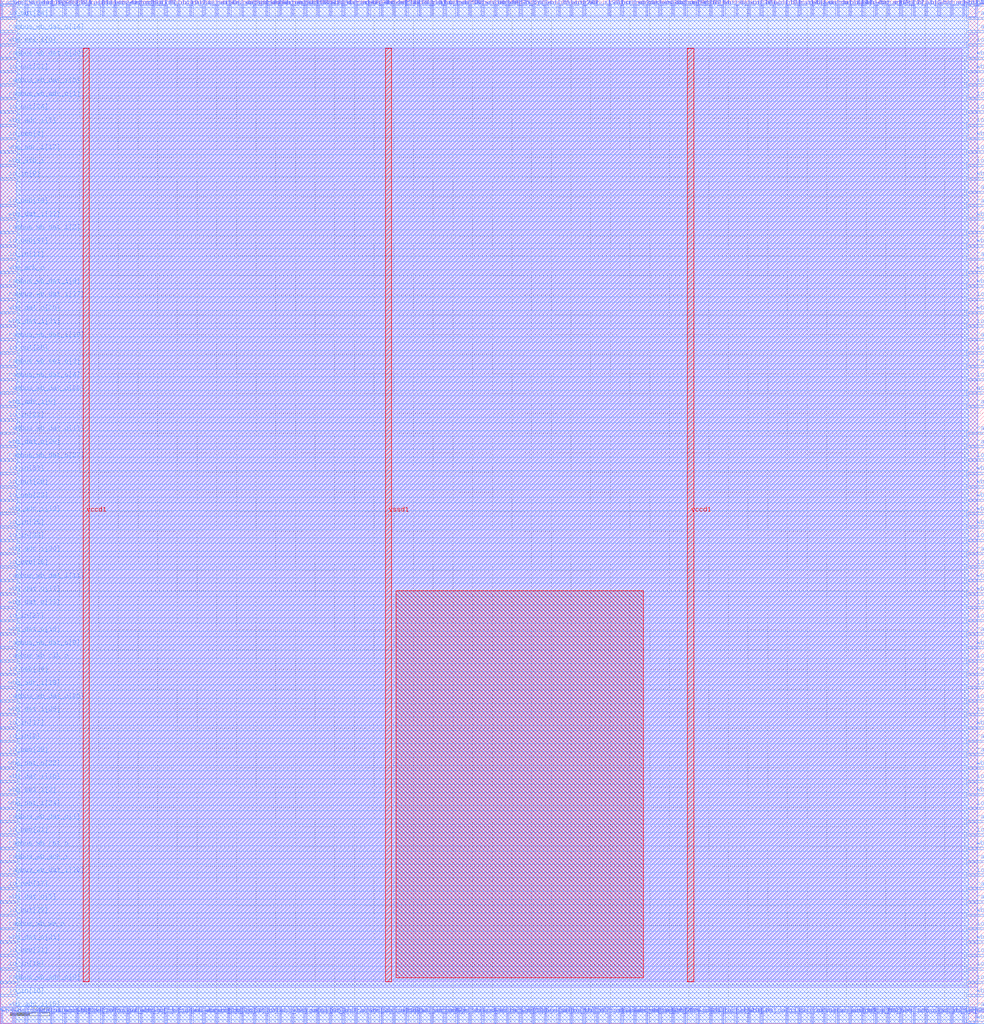
<source format=lef>
VERSION 5.7 ;
  NOWIREEXTENSIONATPIN ON ;
  DIVIDERCHAR "/" ;
  BUSBITCHARS "[]" ;
MACRO wrapped_function_generator
  CLASS BLOCK ;
  FOREIGN wrapped_function_generator ;
  ORIGIN 0.000 0.000 ;
  SIZE 250.000 BY 260.000 ;
  PIN active
    DIRECTION INPUT ;
    USE SIGNAL ;
    PORT
      LAYER met3 ;
        RECT 246.000 159.840 250.000 160.440 ;
    END
  END active
  PIN io_in[0]
    DIRECTION INPUT ;
    USE SIGNAL ;
    PORT
      LAYER met2 ;
        RECT 80.590 0.000 80.870 4.000 ;
    END
  END io_in[0]
  PIN io_in[10]
    DIRECTION INPUT ;
    USE SIGNAL ;
    PORT
      LAYER met3 ;
        RECT 0.000 6.840 4.000 7.440 ;
    END
  END io_in[10]
  PIN io_in[11]
    DIRECTION INPUT ;
    USE SIGNAL ;
    PORT
      LAYER met3 ;
        RECT 0.000 193.840 4.000 194.440 ;
    END
  END io_in[11]
  PIN io_in[12]
    DIRECTION INPUT ;
    USE SIGNAL ;
    PORT
      LAYER met2 ;
        RECT 125.670 256.000 125.950 260.000 ;
    END
  END io_in[12]
  PIN io_in[13]
    DIRECTION INPUT ;
    USE SIGNAL ;
    PORT
      LAYER met3 ;
        RECT 246.000 78.240 250.000 78.840 ;
    END
  END io_in[13]
  PIN io_in[14]
    DIRECTION INPUT ;
    USE SIGNAL ;
    PORT
      LAYER met2 ;
        RECT 106.350 256.000 106.630 260.000 ;
    END
  END io_in[14]
  PIN io_in[15]
    DIRECTION INPUT ;
    USE SIGNAL ;
    PORT
      LAYER met3 ;
        RECT 246.000 10.240 250.000 10.840 ;
    END
  END io_in[15]
  PIN io_in[16]
    DIRECTION INPUT ;
    USE SIGNAL ;
    PORT
      LAYER met2 ;
        RECT 219.050 0.000 219.330 4.000 ;
    END
  END io_in[16]
  PIN io_in[17]
    DIRECTION INPUT ;
    USE SIGNAL ;
    PORT
      LAYER met3 ;
        RECT 0.000 74.840 4.000 75.440 ;
    END
  END io_in[17]
  PIN io_in[18]
    DIRECTION INPUT ;
    USE SIGNAL ;
    PORT
      LAYER met2 ;
        RECT 141.770 0.000 142.050 4.000 ;
    END
  END io_in[18]
  PIN io_in[19]
    DIRECTION INPUT ;
    USE SIGNAL ;
    PORT
      LAYER met3 ;
        RECT 0.000 13.640 4.000 14.240 ;
    END
  END io_in[19]
  PIN io_in[1]
    DIRECTION INPUT ;
    USE SIGNAL ;
    PORT
      LAYER met2 ;
        RECT 238.370 0.000 238.650 4.000 ;
    END
  END io_in[1]
  PIN io_in[20]
    DIRECTION INPUT ;
    USE SIGNAL ;
    PORT
      LAYER met3 ;
        RECT 246.000 91.840 250.000 92.440 ;
    END
  END io_in[20]
  PIN io_in[21]
    DIRECTION INPUT ;
    USE SIGNAL ;
    PORT
      LAYER met3 ;
        RECT 0.000 153.040 4.000 153.640 ;
    END
  END io_in[21]
  PIN io_in[22]
    DIRECTION INPUT ;
    USE SIGNAL ;
    PORT
      LAYER met2 ;
        RECT 96.690 0.000 96.970 4.000 ;
    END
  END io_in[22]
  PIN io_in[23]
    DIRECTION INPUT ;
    USE SIGNAL ;
    PORT
      LAYER met2 ;
        RECT 128.890 0.000 129.170 4.000 ;
    END
  END io_in[23]
  PIN io_in[24]
    DIRECTION INPUT ;
    USE SIGNAL ;
    PORT
      LAYER met3 ;
        RECT 246.000 105.440 250.000 106.040 ;
    END
  END io_in[24]
  PIN io_in[25]
    DIRECTION INPUT ;
    USE SIGNAL ;
    PORT
      LAYER met3 ;
        RECT 0.000 125.840 4.000 126.440 ;
    END
  END io_in[25]
  PIN io_in[26]
    DIRECTION INPUT ;
    USE SIGNAL ;
    PORT
      LAYER met3 ;
        RECT 246.000 163.240 250.000 163.840 ;
    END
  END io_in[26]
  PIN io_in[27]
    DIRECTION INPUT ;
    USE SIGNAL ;
    PORT
      LAYER met3 ;
        RECT 0.000 102.040 4.000 102.640 ;
    END
  END io_in[27]
  PIN io_in[28]
    DIRECTION INPUT ;
    USE SIGNAL ;
    PORT
      LAYER met3 ;
        RECT 246.000 115.640 250.000 116.240 ;
    END
  END io_in[28]
  PIN io_in[29]
    DIRECTION INPUT ;
    USE SIGNAL ;
    PORT
      LAYER met2 ;
        RECT 12.970 256.000 13.250 260.000 ;
    END
  END io_in[29]
  PIN io_in[2]
    DIRECTION INPUT ;
    USE SIGNAL ;
    PORT
      LAYER met3 ;
        RECT 0.000 71.440 4.000 72.040 ;
    END
  END io_in[2]
  PIN io_in[30]
    DIRECTION INPUT ;
    USE SIGNAL ;
    PORT
      LAYER met2 ;
        RECT 144.990 0.000 145.270 4.000 ;
    END
  END io_in[30]
  PIN io_in[31]
    DIRECTION INPUT ;
    USE SIGNAL ;
    PORT
      LAYER met2 ;
        RECT 231.930 256.000 232.210 260.000 ;
    END
  END io_in[31]
  PIN io_in[32]
    DIRECTION INPUT ;
    USE SIGNAL ;
    PORT
      LAYER met2 ;
        RECT 83.810 0.000 84.090 4.000 ;
    END
  END io_in[32]
  PIN io_in[33]
    DIRECTION INPUT ;
    USE SIGNAL ;
    PORT
      LAYER met3 ;
        RECT 0.000 122.440 4.000 123.040 ;
    END
  END io_in[33]
  PIN io_in[34]
    DIRECTION INPUT ;
    USE SIGNAL ;
    PORT
      LAYER met2 ;
        RECT 45.170 256.000 45.450 260.000 ;
    END
  END io_in[34]
  PIN io_in[35]
    DIRECTION INPUT ;
    USE SIGNAL ;
    PORT
      LAYER met2 ;
        RECT 202.950 0.000 203.230 4.000 ;
    END
  END io_in[35]
  PIN io_in[36]
    DIRECTION INPUT ;
    USE SIGNAL ;
    PORT
      LAYER met2 ;
        RECT 157.870 256.000 158.150 260.000 ;
    END
  END io_in[36]
  PIN io_in[37]
    DIRECTION INPUT ;
    USE SIGNAL ;
    PORT
      LAYER met3 ;
        RECT 0.000 139.440 4.000 140.040 ;
    END
  END io_in[37]
  PIN io_in[3]
    DIRECTION INPUT ;
    USE SIGNAL ;
    PORT
      LAYER met3 ;
        RECT 246.000 238.040 250.000 238.640 ;
    END
  END io_in[3]
  PIN io_in[4]
    DIRECTION INPUT ;
    USE SIGNAL ;
    PORT
      LAYER met3 ;
        RECT 246.000 102.040 250.000 102.640 ;
    END
  END io_in[4]
  PIN io_in[5]
    DIRECTION INPUT ;
    USE SIGNAL ;
    PORT
      LAYER met2 ;
        RECT 177.190 256.000 177.470 260.000 ;
    END
  END io_in[5]
  PIN io_in[6]
    DIRECTION INPUT ;
    USE SIGNAL ;
    PORT
      LAYER met3 ;
        RECT 246.000 13.640 250.000 14.240 ;
    END
  END io_in[6]
  PIN io_in[7]
    DIRECTION INPUT ;
    USE SIGNAL ;
    PORT
      LAYER met2 ;
        RECT 109.570 0.000 109.850 4.000 ;
    END
  END io_in[7]
  PIN io_in[8]
    DIRECTION INPUT ;
    USE SIGNAL ;
    PORT
      LAYER met2 ;
        RECT 19.410 256.000 19.690 260.000 ;
    END
  END io_in[8]
  PIN io_in[9]
    DIRECTION INPUT ;
    USE SIGNAL ;
    PORT
      LAYER met3 ;
        RECT 0.000 214.240 4.000 214.840 ;
    END
  END io_in[9]
  PIN io_oeb[0]
    DIRECTION INOUT ;
    USE SIGNAL ;
    PORT
      LAYER met2 ;
        RECT 32.290 0.000 32.570 4.000 ;
    END
  END io_oeb[0]
  PIN io_oeb[10]
    DIRECTION INOUT ;
    USE SIGNAL ;
    PORT
      LAYER met3 ;
        RECT 246.000 122.440 250.000 123.040 ;
    END
  END io_oeb[10]
  PIN io_oeb[11]
    DIRECTION INOUT ;
    USE SIGNAL ;
    PORT
      LAYER met2 ;
        RECT 225.490 0.000 225.770 4.000 ;
    END
  END io_oeb[11]
  PIN io_oeb[12]
    DIRECTION INOUT ;
    USE SIGNAL ;
    PORT
      LAYER met2 ;
        RECT 29.070 0.000 29.350 4.000 ;
    END
  END io_oeb[12]
  PIN io_oeb[13]
    DIRECTION INOUT ;
    USE SIGNAL ;
    PORT
      LAYER met2 ;
        RECT 241.590 0.000 241.870 4.000 ;
    END
  END io_oeb[13]
  PIN io_oeb[14]
    DIRECTION INOUT ;
    USE SIGNAL ;
    PORT
      LAYER met2 ;
        RECT 38.730 256.000 39.010 260.000 ;
    END
  END io_oeb[14]
  PIN io_oeb[15]
    DIRECTION INOUT ;
    USE SIGNAL ;
    PORT
      LAYER met3 ;
        RECT 246.000 217.640 250.000 218.240 ;
    END
  END io_oeb[15]
  PIN io_oeb[16]
    DIRECTION INOUT ;
    USE SIGNAL ;
    PORT
      LAYER met3 ;
        RECT 246.000 23.840 250.000 24.440 ;
    END
  END io_oeb[16]
  PIN io_oeb[17]
    DIRECTION INOUT ;
    USE SIGNAL ;
    PORT
      LAYER met3 ;
        RECT 0.000 34.040 4.000 34.640 ;
    END
  END io_oeb[17]
  PIN io_oeb[18]
    DIRECTION INOUT ;
    USE SIGNAL ;
    PORT
      LAYER met3 ;
        RECT 0.000 207.440 4.000 208.040 ;
    END
  END io_oeb[18]
  PIN io_oeb[19]
    DIRECTION INOUT ;
    USE SIGNAL ;
    PORT
      LAYER met2 ;
        RECT 183.630 0.000 183.910 4.000 ;
    END
  END io_oeb[19]
  PIN io_oeb[1]
    DIRECTION INOUT ;
    USE SIGNAL ;
    PORT
      LAYER met2 ;
        RECT 215.830 256.000 216.110 260.000 ;
    END
  END io_oeb[1]
  PIN io_oeb[20]
    DIRECTION INOUT ;
    USE SIGNAL ;
    PORT
      LAYER met3 ;
        RECT 246.000 234.640 250.000 235.240 ;
    END
  END io_oeb[20]
  PIN io_oeb[21]
    DIRECTION INOUT ;
    USE SIGNAL ;
    PORT
      LAYER met3 ;
        RECT 0.000 47.640 4.000 48.240 ;
    END
  END io_oeb[21]
  PIN io_oeb[22]
    DIRECTION INOUT ;
    USE SIGNAL ;
    PORT
      LAYER met2 ;
        RECT 225.490 256.000 225.770 260.000 ;
    END
  END io_oeb[22]
  PIN io_oeb[23]
    DIRECTION INOUT ;
    USE SIGNAL ;
    PORT
      LAYER met3 ;
        RECT 0.000 132.640 4.000 133.240 ;
    END
  END io_oeb[23]
  PIN io_oeb[24]
    DIRECTION INOUT ;
    USE SIGNAL ;
    PORT
      LAYER met3 ;
        RECT 246.000 258.440 250.000 259.040 ;
    END
  END io_oeb[24]
  PIN io_oeb[25]
    DIRECTION INOUT ;
    USE SIGNAL ;
    PORT
      LAYER met2 ;
        RECT 122.450 256.000 122.730 260.000 ;
    END
  END io_oeb[25]
  PIN io_oeb[26]
    DIRECTION INOUT ;
    USE SIGNAL ;
    PORT
      LAYER met3 ;
        RECT 0.000 115.640 4.000 116.240 ;
    END
  END io_oeb[26]
  PIN io_oeb[27]
    DIRECTION INOUT ;
    USE SIGNAL ;
    PORT
      LAYER met3 ;
        RECT 246.000 142.840 250.000 143.440 ;
    END
  END io_oeb[27]
  PIN io_oeb[28]
    DIRECTION INOUT ;
    USE SIGNAL ;
    PORT
      LAYER met2 ;
        RECT 6.530 256.000 6.810 260.000 ;
    END
  END io_oeb[28]
  PIN io_oeb[29]
    DIRECTION INOUT ;
    USE SIGNAL ;
    PORT
      LAYER met2 ;
        RECT 61.270 0.000 61.550 4.000 ;
    END
  END io_oeb[29]
  PIN io_oeb[2]
    DIRECTION INOUT ;
    USE SIGNAL ;
    PORT
      LAYER met3 ;
        RECT 0.000 258.440 4.000 259.040 ;
    END
  END io_oeb[2]
  PIN io_oeb[30]
    DIRECTION INOUT ;
    USE SIGNAL ;
    PORT
      LAYER met2 ;
        RECT 248.030 256.000 248.310 260.000 ;
    END
  END io_oeb[30]
  PIN io_oeb[31]
    DIRECTION INOUT ;
    USE SIGNAL ;
    PORT
      LAYER met3 ;
        RECT 0.000 17.040 4.000 17.640 ;
    END
  END io_oeb[31]
  PIN io_oeb[32]
    DIRECTION INOUT ;
    USE SIGNAL ;
    PORT
      LAYER met2 ;
        RECT 167.530 0.000 167.810 4.000 ;
    END
  END io_oeb[32]
  PIN io_oeb[33]
    DIRECTION INOUT ;
    USE SIGNAL ;
    PORT
      LAYER met2 ;
        RECT 112.790 256.000 113.070 260.000 ;
    END
  END io_oeb[33]
  PIN io_oeb[34]
    DIRECTION INOUT ;
    USE SIGNAL ;
    PORT
      LAYER met3 ;
        RECT 0.000 88.440 4.000 89.040 ;
    END
  END io_oeb[34]
  PIN io_oeb[35]
    DIRECTION INOUT ;
    USE SIGNAL ;
    PORT
      LAYER met3 ;
        RECT 0.000 68.040 4.000 68.640 ;
    END
  END io_oeb[35]
  PIN io_oeb[36]
    DIRECTION INOUT ;
    USE SIGNAL ;
    PORT
      LAYER met2 ;
        RECT 199.730 0.000 200.010 4.000 ;
    END
  END io_oeb[36]
  PIN io_oeb[37]
    DIRECTION INOUT ;
    USE SIGNAL ;
    PORT
      LAYER met3 ;
        RECT 0.000 197.240 4.000 197.840 ;
    END
  END io_oeb[37]
  PIN io_oeb[3]
    DIRECTION INOUT ;
    USE SIGNAL ;
    PORT
      LAYER met3 ;
        RECT 246.000 227.840 250.000 228.440 ;
    END
  END io_oeb[3]
  PIN io_oeb[4]
    DIRECTION INOUT ;
    USE SIGNAL ;
    PORT
      LAYER met3 ;
        RECT 0.000 224.440 4.000 225.040 ;
    END
  END io_oeb[4]
  PIN io_oeb[5]
    DIRECTION INOUT ;
    USE SIGNAL ;
    PORT
      LAYER met3 ;
        RECT 246.000 183.640 250.000 184.240 ;
    END
  END io_oeb[5]
  PIN io_oeb[6]
    DIRECTION INOUT ;
    USE SIGNAL ;
    PORT
      LAYER met2 ;
        RECT 106.350 0.000 106.630 4.000 ;
    END
  END io_oeb[6]
  PIN io_oeb[7]
    DIRECTION INOUT ;
    USE SIGNAL ;
    PORT
      LAYER met3 ;
        RECT 246.000 85.040 250.000 85.640 ;
    END
  END io_oeb[7]
  PIN io_oeb[8]
    DIRECTION INOUT ;
    USE SIGNAL ;
    PORT
      LAYER met3 ;
        RECT 246.000 248.240 250.000 248.840 ;
    END
  END io_oeb[8]
  PIN io_oeb[9]
    DIRECTION INOUT ;
    USE SIGNAL ;
    PORT
      LAYER met3 ;
        RECT 246.000 81.640 250.000 82.240 ;
    END
  END io_oeb[9]
  PIN io_out[0]
    DIRECTION INOUT ;
    USE SIGNAL ;
    PORT
      LAYER met2 ;
        RECT 180.410 256.000 180.690 260.000 ;
    END
  END io_out[0]
  PIN io_out[10]
    DIRECTION INOUT ;
    USE SIGNAL ;
    PORT
      LAYER met3 ;
        RECT 246.000 221.040 250.000 221.640 ;
    END
  END io_out[10]
  PIN io_out[11]
    DIRECTION INOUT ;
    USE SIGNAL ;
    PORT
      LAYER met3 ;
        RECT 246.000 47.640 250.000 48.240 ;
    END
  END io_out[11]
  PIN io_out[12]
    DIRECTION INOUT ;
    USE SIGNAL ;
    PORT
      LAYER met2 ;
        RECT 244.810 0.000 245.090 4.000 ;
    END
  END io_out[12]
  PIN io_out[13]
    DIRECTION INOUT ;
    USE SIGNAL ;
    PORT
      LAYER met2 ;
        RECT 235.150 0.000 235.430 4.000 ;
    END
  END io_out[13]
  PIN io_out[14]
    DIRECTION INOUT ;
    USE SIGNAL ;
    PORT
      LAYER met3 ;
        RECT 246.000 61.240 250.000 61.840 ;
    END
  END io_out[14]
  PIN io_out[15]
    DIRECTION INOUT ;
    USE SIGNAL ;
    PORT
      LAYER met2 ;
        RECT 186.850 0.000 187.130 4.000 ;
    END
  END io_out[15]
  PIN io_out[16]
    DIRECTION INOUT ;
    USE SIGNAL ;
    PORT
      LAYER met2 ;
        RECT 186.850 256.000 187.130 260.000 ;
    END
  END io_out[16]
  PIN io_out[17]
    DIRECTION INOUT ;
    USE SIGNAL ;
    PORT
      LAYER met2 ;
        RECT 193.290 256.000 193.570 260.000 ;
    END
  END io_out[17]
  PIN io_out[18]
    DIRECTION INOUT ;
    USE SIGNAL ;
    PORT
      LAYER met2 ;
        RECT 77.370 256.000 77.650 260.000 ;
    END
  END io_out[18]
  PIN io_out[19]
    DIRECTION INOUT ;
    USE SIGNAL ;
    PORT
      LAYER met3 ;
        RECT 246.000 17.040 250.000 17.640 ;
    END
  END io_out[19]
  PIN io_out[1]
    DIRECTION INOUT ;
    USE SIGNAL ;
    PORT
      LAYER met2 ;
        RECT 64.490 0.000 64.770 4.000 ;
    END
  END io_out[1]
  PIN io_out[20]
    DIRECTION INOUT ;
    USE SIGNAL ;
    PORT
      LAYER met2 ;
        RECT 58.050 0.000 58.330 4.000 ;
    END
  END io_out[20]
  PIN io_out[21]
    DIRECTION INOUT ;
    USE SIGNAL ;
    PORT
      LAYER met3 ;
        RECT 0.000 241.440 4.000 242.040 ;
    END
  END io_out[21]
  PIN io_out[22]
    DIRECTION INOUT ;
    USE SIGNAL ;
    PORT
      LAYER met2 ;
        RECT 173.970 256.000 174.250 260.000 ;
    END
  END io_out[22]
  PIN io_out[23]
    DIRECTION INOUT ;
    USE SIGNAL ;
    PORT
      LAYER met2 ;
        RECT 74.150 256.000 74.430 260.000 ;
    END
  END io_out[23]
  PIN io_out[24]
    DIRECTION INOUT ;
    USE SIGNAL ;
    PORT
      LAYER met3 ;
        RECT 0.000 231.240 4.000 231.840 ;
    END
  END io_out[24]
  PIN io_out[25]
    DIRECTION INOUT ;
    USE SIGNAL ;
    PORT
      LAYER met3 ;
        RECT 0.000 170.040 4.000 170.640 ;
    END
  END io_out[25]
  PIN io_out[26]
    DIRECTION INOUT ;
    USE SIGNAL ;
    PORT
      LAYER met3 ;
        RECT 0.000 136.040 4.000 136.640 ;
    END
  END io_out[26]
  PIN io_out[27]
    DIRECTION INOUT ;
    USE SIGNAL ;
    PORT
      LAYER met3 ;
        RECT 246.000 37.440 250.000 38.040 ;
    END
  END io_out[27]
  PIN io_out[28]
    DIRECTION INOUT ;
    USE SIGNAL ;
    PORT
      LAYER met2 ;
        RECT 222.270 0.000 222.550 4.000 ;
    END
  END io_out[28]
  PIN io_out[29]
    DIRECTION INOUT ;
    USE SIGNAL ;
    PORT
      LAYER met3 ;
        RECT 0.000 27.240 4.000 27.840 ;
    END
  END io_out[29]
  PIN io_out[2]
    DIRECTION INOUT ;
    USE SIGNAL ;
    PORT
      LAYER met3 ;
        RECT 246.000 176.840 250.000 177.440 ;
    END
  END io_out[2]
  PIN io_out[30]
    DIRECTION INOUT ;
    USE SIGNAL ;
    PORT
      LAYER met2 ;
        RECT 141.770 256.000 142.050 260.000 ;
    END
  END io_out[30]
  PIN io_out[31]
    DIRECTION INOUT ;
    USE SIGNAL ;
    PORT
      LAYER met3 ;
        RECT 246.000 231.240 250.000 231.840 ;
    END
  END io_out[31]
  PIN io_out[32]
    DIRECTION INOUT ;
    USE SIGNAL ;
    PORT
      LAYER met2 ;
        RECT 212.610 0.000 212.890 4.000 ;
    END
  END io_out[32]
  PIN io_out[33]
    DIRECTION INOUT ;
    USE SIGNAL ;
    PORT
      LAYER met3 ;
        RECT 246.000 54.440 250.000 55.040 ;
    END
  END io_out[33]
  PIN io_out[34]
    DIRECTION INOUT ;
    USE SIGNAL ;
    PORT
      LAYER met3 ;
        RECT 0.000 255.040 4.000 255.640 ;
    END
  END io_out[34]
  PIN io_out[35]
    DIRECTION INOUT ;
    USE SIGNAL ;
    PORT
      LAYER met2 ;
        RECT 67.710 0.000 67.990 4.000 ;
    END
  END io_out[35]
  PIN io_out[36]
    DIRECTION INOUT ;
    USE SIGNAL ;
    PORT
      LAYER met2 ;
        RECT 135.330 256.000 135.610 260.000 ;
    END
  END io_out[36]
  PIN io_out[37]
    DIRECTION INOUT ;
    USE SIGNAL ;
    PORT
      LAYER met2 ;
        RECT 241.590 256.000 241.870 260.000 ;
    END
  END io_out[37]
  PIN io_out[3]
    DIRECTION INOUT ;
    USE SIGNAL ;
    PORT
      LAYER met2 ;
        RECT 228.710 256.000 228.990 260.000 ;
    END
  END io_out[3]
  PIN io_out[4]
    DIRECTION INOUT ;
    USE SIGNAL ;
    PORT
      LAYER met2 ;
        RECT 199.730 256.000 200.010 260.000 ;
    END
  END io_out[4]
  PIN io_out[5]
    DIRECTION INOUT ;
    USE SIGNAL ;
    PORT
      LAYER met2 ;
        RECT 51.610 256.000 51.890 260.000 ;
    END
  END io_out[5]
  PIN io_out[6]
    DIRECTION INOUT ;
    USE SIGNAL ;
    PORT
      LAYER met2 ;
        RECT 35.510 256.000 35.790 260.000 ;
    END
  END io_out[6]
  PIN io_out[7]
    DIRECTION INOUT ;
    USE SIGNAL ;
    PORT
      LAYER met3 ;
        RECT 246.000 170.040 250.000 170.640 ;
    END
  END io_out[7]
  PIN io_out[8]
    DIRECTION INOUT ;
    USE SIGNAL ;
    PORT
      LAYER met2 ;
        RECT 12.970 0.000 13.250 4.000 ;
    END
  END io_out[8]
  PIN io_out[9]
    DIRECTION INOUT ;
    USE SIGNAL ;
    PORT
      LAYER met2 ;
        RECT 41.950 256.000 42.230 260.000 ;
    END
  END io_out[9]
  PIN rambus_wb_ack_i
    DIRECTION INPUT ;
    USE SIGNAL ;
    PORT
      LAYER met3 ;
        RECT 0.000 40.840 4.000 41.440 ;
    END
  END rambus_wb_ack_i
  PIN rambus_wb_adr_o[0]
    DIRECTION INOUT ;
    USE SIGNAL ;
    PORT
      LAYER met3 ;
        RECT 246.000 200.640 250.000 201.240 ;
    END
  END rambus_wb_adr_o[0]
  PIN rambus_wb_adr_o[1]
    DIRECTION INOUT ;
    USE SIGNAL ;
    PORT
      LAYER met3 ;
        RECT 0.000 234.640 4.000 235.240 ;
    END
  END rambus_wb_adr_o[1]
  PIN rambus_wb_adr_o[2]
    DIRECTION INOUT ;
    USE SIGNAL ;
    PORT
      LAYER met2 ;
        RECT 54.830 256.000 55.110 260.000 ;
    END
  END rambus_wb_adr_o[2]
  PIN rambus_wb_adr_o[3]
    DIRECTION INOUT ;
    USE SIGNAL ;
    PORT
      LAYER met3 ;
        RECT 246.000 30.640 250.000 31.240 ;
    END
  END rambus_wb_adr_o[3]
  PIN rambus_wb_adr_o[4]
    DIRECTION INOUT ;
    USE SIGNAL ;
    PORT
      LAYER met3 ;
        RECT 246.000 255.040 250.000 255.640 ;
    END
  END rambus_wb_adr_o[4]
  PIN rambus_wb_adr_o[5]
    DIRECTION INOUT ;
    USE SIGNAL ;
    PORT
      LAYER met3 ;
        RECT 246.000 88.440 250.000 89.040 ;
    END
  END rambus_wb_adr_o[5]
  PIN rambus_wb_adr_o[6]
    DIRECTION INOUT ;
    USE SIGNAL ;
    PORT
      LAYER met3 ;
        RECT 246.000 34.040 250.000 34.640 ;
    END
  END rambus_wb_adr_o[6]
  PIN rambus_wb_adr_o[7]
    DIRECTION INOUT ;
    USE SIGNAL ;
    PORT
      LAYER met3 ;
        RECT 246.000 146.240 250.000 146.840 ;
    END
  END rambus_wb_adr_o[7]
  PIN rambus_wb_adr_o[8]
    DIRECTION INOUT ;
    USE SIGNAL ;
    PORT
      LAYER met2 ;
        RECT 45.170 0.000 45.450 4.000 ;
    END
  END rambus_wb_adr_o[8]
  PIN rambus_wb_adr_o[9]
    DIRECTION INOUT ;
    USE SIGNAL ;
    PORT
      LAYER met3 ;
        RECT 0.000 10.240 4.000 10.840 ;
    END
  END rambus_wb_adr_o[9]
  PIN rambus_wb_clk_o
    DIRECTION INOUT ;
    USE SIGNAL ;
    PORT
      LAYER met3 ;
        RECT 0.000 91.840 4.000 92.440 ;
    END
  END rambus_wb_clk_o
  PIN rambus_wb_cyc_o
    DIRECTION INOUT ;
    USE SIGNAL ;
    PORT
      LAYER met2 ;
        RECT 25.850 256.000 26.130 260.000 ;
    END
  END rambus_wb_cyc_o
  PIN rambus_wb_dat_i[0]
    DIRECTION INPUT ;
    USE SIGNAL ;
    PORT
      LAYER met2 ;
        RECT 67.710 256.000 67.990 260.000 ;
    END
  END rambus_wb_dat_i[0]
  PIN rambus_wb_dat_i[10]
    DIRECTION INPUT ;
    USE SIGNAL ;
    PORT
      LAYER met2 ;
        RECT 112.790 0.000 113.070 4.000 ;
    END
  END rambus_wb_dat_i[10]
  PIN rambus_wb_dat_i[11]
    DIRECTION INPUT ;
    USE SIGNAL ;
    PORT
      LAYER met3 ;
        RECT 0.000 112.240 4.000 112.840 ;
    END
  END rambus_wb_dat_i[11]
  PIN rambus_wb_dat_i[12]
    DIRECTION INPUT ;
    USE SIGNAL ;
    PORT
      LAYER met3 ;
        RECT 246.000 3.440 250.000 4.040 ;
    END
  END rambus_wb_dat_i[12]
  PIN rambus_wb_dat_i[13]
    DIRECTION INPUT ;
    USE SIGNAL ;
    PORT
      LAYER met3 ;
        RECT 246.000 68.040 250.000 68.640 ;
    END
  END rambus_wb_dat_i[13]
  PIN rambus_wb_dat_i[14]
    DIRECTION INPUT ;
    USE SIGNAL ;
    PORT
      LAYER met2 ;
        RECT 109.570 256.000 109.850 260.000 ;
    END
  END rambus_wb_dat_i[14]
  PIN rambus_wb_dat_i[15]
    DIRECTION INPUT ;
    USE SIGNAL ;
    PORT
      LAYER met2 ;
        RECT 64.490 256.000 64.770 260.000 ;
    END
  END rambus_wb_dat_i[15]
  PIN rambus_wb_dat_i[16]
    DIRECTION INPUT ;
    USE SIGNAL ;
    PORT
      LAYER met2 ;
        RECT 90.250 256.000 90.530 260.000 ;
    END
  END rambus_wb_dat_i[16]
  PIN rambus_wb_dat_i[17]
    DIRECTION INPUT ;
    USE SIGNAL ;
    PORT
      LAYER met2 ;
        RECT 135.330 0.000 135.610 4.000 ;
    END
  END rambus_wb_dat_i[17]
  PIN rambus_wb_dat_i[18]
    DIRECTION INPUT ;
    USE SIGNAL ;
    PORT
      LAYER met2 ;
        RECT 164.310 0.000 164.590 4.000 ;
    END
  END rambus_wb_dat_i[18]
  PIN rambus_wb_dat_i[19]
    DIRECTION INPUT ;
    USE SIGNAL ;
    PORT
      LAYER met3 ;
        RECT 0.000 173.440 4.000 174.040 ;
    END
  END rambus_wb_dat_i[19]
  PIN rambus_wb_dat_i[1]
    DIRECTION INPUT ;
    USE SIGNAL ;
    PORT
      LAYER met2 ;
        RECT 41.950 0.000 42.230 4.000 ;
    END
  END rambus_wb_dat_i[1]
  PIN rambus_wb_dat_i[20]
    DIRECTION INPUT ;
    USE SIGNAL ;
    PORT
      LAYER met3 ;
        RECT 0.000 37.440 4.000 38.040 ;
    END
  END rambus_wb_dat_i[20]
  PIN rambus_wb_dat_i[21]
    DIRECTION INPUT ;
    USE SIGNAL ;
    PORT
      LAYER met2 ;
        RECT 80.590 256.000 80.870 260.000 ;
    END
  END rambus_wb_dat_i[21]
  PIN rambus_wb_dat_i[22]
    DIRECTION INPUT ;
    USE SIGNAL ;
    PORT
      LAYER met3 ;
        RECT 246.000 40.840 250.000 41.440 ;
    END
  END rambus_wb_dat_i[22]
  PIN rambus_wb_dat_i[23]
    DIRECTION INPUT ;
    USE SIGNAL ;
    PORT
      LAYER met3 ;
        RECT 246.000 156.440 250.000 157.040 ;
    END
  END rambus_wb_dat_i[23]
  PIN rambus_wb_dat_i[24]
    DIRECTION INPUT ;
    USE SIGNAL ;
    PORT
      LAYER met3 ;
        RECT 246.000 166.640 250.000 167.240 ;
    END
  END rambus_wb_dat_i[24]
  PIN rambus_wb_dat_i[25]
    DIRECTION INPUT ;
    USE SIGNAL ;
    PORT
      LAYER met3 ;
        RECT 246.000 193.840 250.000 194.440 ;
    END
  END rambus_wb_dat_i[25]
  PIN rambus_wb_dat_i[26]
    DIRECTION INPUT ;
    USE SIGNAL ;
    PORT
      LAYER met2 ;
        RECT 119.230 256.000 119.510 260.000 ;
    END
  END rambus_wb_dat_i[26]
  PIN rambus_wb_dat_i[27]
    DIRECTION INPUT ;
    USE SIGNAL ;
    PORT
      LAYER met3 ;
        RECT 0.000 183.640 4.000 184.240 ;
    END
  END rambus_wb_dat_i[27]
  PIN rambus_wb_dat_i[28]
    DIRECTION INPUT ;
    USE SIGNAL ;
    PORT
      LAYER met2 ;
        RECT 0.090 256.000 0.370 260.000 ;
    END
  END rambus_wb_dat_i[28]
  PIN rambus_wb_dat_i[29]
    DIRECTION INPUT ;
    USE SIGNAL ;
    PORT
      LAYER met3 ;
        RECT 246.000 210.840 250.000 211.440 ;
    END
  END rambus_wb_dat_i[29]
  PIN rambus_wb_dat_i[2]
    DIRECTION INPUT ;
    USE SIGNAL ;
    PORT
      LAYER met3 ;
        RECT 0.000 200.640 4.000 201.240 ;
    END
  END rambus_wb_dat_i[2]
  PIN rambus_wb_dat_i[30]
    DIRECTION INPUT ;
    USE SIGNAL ;
    PORT
      LAYER met3 ;
        RECT 246.000 51.040 250.000 51.640 ;
    END
  END rambus_wb_dat_i[30]
  PIN rambus_wb_dat_i[31]
    DIRECTION INPUT ;
    USE SIGNAL ;
    PORT
      LAYER met2 ;
        RECT 70.930 256.000 71.210 260.000 ;
    END
  END rambus_wb_dat_i[31]
  PIN rambus_wb_dat_i[3]
    DIRECTION INPUT ;
    USE SIGNAL ;
    PORT
      LAYER met3 ;
        RECT 246.000 149.640 250.000 150.240 ;
    END
  END rambus_wb_dat_i[3]
  PIN rambus_wb_dat_i[4]
    DIRECTION INPUT ;
    USE SIGNAL ;
    PORT
      LAYER met3 ;
        RECT 246.000 119.040 250.000 119.640 ;
    END
  END rambus_wb_dat_i[4]
  PIN rambus_wb_dat_i[5]
    DIRECTION INPUT ;
    USE SIGNAL ;
    PORT
      LAYER met3 ;
        RECT 0.000 238.040 4.000 238.640 ;
    END
  END rambus_wb_dat_i[5]
  PIN rambus_wb_dat_i[6]
    DIRECTION INPUT ;
    USE SIGNAL ;
    PORT
      LAYER met2 ;
        RECT 22.630 256.000 22.910 260.000 ;
    END
  END rambus_wb_dat_i[6]
  PIN rambus_wb_dat_i[7]
    DIRECTION INPUT ;
    USE SIGNAL ;
    PORT
      LAYER met2 ;
        RECT 99.910 0.000 100.190 4.000 ;
    END
  END rambus_wb_dat_i[7]
  PIN rambus_wb_dat_i[8]
    DIRECTION INPUT ;
    USE SIGNAL ;
    PORT
      LAYER met3 ;
        RECT 0.000 187.040 4.000 187.640 ;
    END
  END rambus_wb_dat_i[8]
  PIN rambus_wb_dat_i[9]
    DIRECTION INPUT ;
    USE SIGNAL ;
    PORT
      LAYER met2 ;
        RECT 202.950 256.000 203.230 260.000 ;
    END
  END rambus_wb_dat_i[9]
  PIN rambus_wb_dat_o[0]
    DIRECTION INOUT ;
    USE SIGNAL ;
    PORT
      LAYER met3 ;
        RECT 0.000 95.240 4.000 95.840 ;
    END
  END rambus_wb_dat_o[0]
  PIN rambus_wb_dat_o[10]
    DIRECTION INOUT ;
    USE SIGNAL ;
    PORT
      LAYER met2 ;
        RECT 151.430 0.000 151.710 4.000 ;
    END
  END rambus_wb_dat_o[10]
  PIN rambus_wb_dat_o[11]
    DIRECTION INOUT ;
    USE SIGNAL ;
    PORT
      LAYER met2 ;
        RECT 103.130 0.000 103.410 4.000 ;
    END
  END rambus_wb_dat_o[11]
  PIN rambus_wb_dat_o[12]
    DIRECTION INOUT ;
    USE SIGNAL ;
    PORT
      LAYER met2 ;
        RECT 209.390 0.000 209.670 4.000 ;
    END
  END rambus_wb_dat_o[12]
  PIN rambus_wb_dat_o[13]
    DIRECTION INOUT ;
    USE SIGNAL ;
    PORT
      LAYER met3 ;
        RECT 246.000 173.440 250.000 174.040 ;
    END
  END rambus_wb_dat_o[13]
  PIN rambus_wb_dat_o[14]
    DIRECTION INOUT ;
    USE SIGNAL ;
    PORT
      LAYER met3 ;
        RECT 0.000 251.640 4.000 252.240 ;
    END
  END rambus_wb_dat_o[14]
  PIN rambus_wb_dat_o[15]
    DIRECTION INOUT ;
    USE SIGNAL ;
    PORT
      LAYER met2 ;
        RECT 212.610 256.000 212.890 260.000 ;
    END
  END rambus_wb_dat_o[15]
  PIN rambus_wb_dat_o[16]
    DIRECTION INOUT ;
    USE SIGNAL ;
    PORT
      LAYER met2 ;
        RECT 6.530 0.000 6.810 4.000 ;
    END
  END rambus_wb_dat_o[16]
  PIN rambus_wb_dat_o[17]
    DIRECTION INOUT ;
    USE SIGNAL ;
    PORT
      LAYER met3 ;
        RECT 0.000 149.640 4.000 150.240 ;
    END
  END rambus_wb_dat_o[17]
  PIN rambus_wb_dat_o[18]
    DIRECTION INOUT ;
    USE SIGNAL ;
    PORT
      LAYER met2 ;
        RECT 90.250 0.000 90.530 4.000 ;
    END
  END rambus_wb_dat_o[18]
  PIN rambus_wb_dat_o[19]
    DIRECTION INOUT ;
    USE SIGNAL ;
    PORT
      LAYER met2 ;
        RECT 103.130 256.000 103.410 260.000 ;
    END
  END rambus_wb_dat_o[19]
  PIN rambus_wb_dat_o[1]
    DIRECTION INOUT ;
    USE SIGNAL ;
    PORT
      LAYER met3 ;
        RECT 0.000 51.040 4.000 51.640 ;
    END
  END rambus_wb_dat_o[1]
  PIN rambus_wb_dat_o[20]
    DIRECTION INOUT ;
    USE SIGNAL ;
    PORT
      LAYER met2 ;
        RECT 77.370 0.000 77.650 4.000 ;
    END
  END rambus_wb_dat_o[20]
  PIN rambus_wb_dat_o[21]
    DIRECTION INOUT ;
    USE SIGNAL ;
    PORT
      LAYER met2 ;
        RECT 154.650 0.000 154.930 4.000 ;
    END
  END rambus_wb_dat_o[21]
  PIN rambus_wb_dat_o[22]
    DIRECTION INOUT ;
    USE SIGNAL ;
    PORT
      LAYER met3 ;
        RECT 0.000 159.840 4.000 160.440 ;
    END
  END rambus_wb_dat_o[22]
  PIN rambus_wb_dat_o[23]
    DIRECTION INOUT ;
    USE SIGNAL ;
    PORT
      LAYER met3 ;
        RECT 246.000 98.640 250.000 99.240 ;
    END
  END rambus_wb_dat_o[23]
  PIN rambus_wb_dat_o[24]
    DIRECTION INOUT ;
    USE SIGNAL ;
    PORT
      LAYER met2 ;
        RECT 154.650 256.000 154.930 260.000 ;
    END
  END rambus_wb_dat_o[24]
  PIN rambus_wb_dat_o[25]
    DIRECTION INOUT ;
    USE SIGNAL ;
    PORT
      LAYER met3 ;
        RECT 0.000 81.640 4.000 82.240 ;
    END
  END rambus_wb_dat_o[25]
  PIN rambus_wb_dat_o[26]
    DIRECTION INOUT ;
    USE SIGNAL ;
    PORT
      LAYER met2 ;
        RECT 116.010 256.000 116.290 260.000 ;
    END
  END rambus_wb_dat_o[26]
  PIN rambus_wb_dat_o[27]
    DIRECTION INOUT ;
    USE SIGNAL ;
    PORT
      LAYER met3 ;
        RECT 0.000 142.840 4.000 143.440 ;
    END
  END rambus_wb_dat_o[27]
  PIN rambus_wb_dat_o[28]
    DIRECTION INOUT ;
    USE SIGNAL ;
    PORT
      LAYER met3 ;
        RECT 246.000 251.640 250.000 252.240 ;
    END
  END rambus_wb_dat_o[28]
  PIN rambus_wb_dat_o[29]
    DIRECTION INOUT ;
    USE SIGNAL ;
    PORT
      LAYER met3 ;
        RECT 0.000 244.840 4.000 245.440 ;
    END
  END rambus_wb_dat_o[29]
  PIN rambus_wb_dat_o[2]
    DIRECTION INOUT ;
    USE SIGNAL ;
    PORT
      LAYER met2 ;
        RECT 157.870 0.000 158.150 4.000 ;
    END
  END rambus_wb_dat_o[2]
  PIN rambus_wb_dat_o[30]
    DIRECTION INOUT ;
    USE SIGNAL ;
    PORT
      LAYER met3 ;
        RECT 246.000 207.440 250.000 208.040 ;
    END
  END rambus_wb_dat_o[30]
  PIN rambus_wb_dat_o[31]
    DIRECTION INOUT ;
    USE SIGNAL ;
    PORT
      LAYER met2 ;
        RECT 231.930 0.000 232.210 4.000 ;
    END
  END rambus_wb_dat_o[31]
  PIN rambus_wb_dat_o[3]
    DIRECTION INOUT ;
    USE SIGNAL ;
    PORT
      LAYER met2 ;
        RECT 87.030 256.000 87.310 260.000 ;
    END
  END rambus_wb_dat_o[3]
  PIN rambus_wb_dat_o[4]
    DIRECTION INOUT ;
    USE SIGNAL ;
    PORT
      LAYER met3 ;
        RECT 0.000 163.240 4.000 163.840 ;
    END
  END rambus_wb_dat_o[4]
  PIN rambus_wb_dat_o[5]
    DIRECTION INOUT ;
    USE SIGNAL ;
    PORT
      LAYER met2 ;
        RECT 161.090 256.000 161.370 260.000 ;
    END
  END rambus_wb_dat_o[5]
  PIN rambus_wb_dat_o[6]
    DIRECTION INOUT ;
    USE SIGNAL ;
    PORT
      LAYER met2 ;
        RECT 25.850 0.000 26.130 4.000 ;
    END
  END rambus_wb_dat_o[6]
  PIN rambus_wb_dat_o[7]
    DIRECTION INOUT ;
    USE SIGNAL ;
    PORT
      LAYER met3 ;
        RECT 246.000 71.440 250.000 72.040 ;
    END
  END rambus_wb_dat_o[7]
  PIN rambus_wb_dat_o[8]
    DIRECTION INOUT ;
    USE SIGNAL ;
    PORT
      LAYER met2 ;
        RECT 119.230 0.000 119.510 4.000 ;
    END
  END rambus_wb_dat_o[8]
  PIN rambus_wb_dat_o[9]
    DIRECTION INOUT ;
    USE SIGNAL ;
    PORT
      LAYER met2 ;
        RECT 61.270 256.000 61.550 260.000 ;
    END
  END rambus_wb_dat_o[9]
  PIN rambus_wb_rst_o
    DIRECTION INOUT ;
    USE SIGNAL ;
    PORT
      LAYER met3 ;
        RECT 0.000 44.240 4.000 44.840 ;
    END
  END rambus_wb_rst_o
  PIN rambus_wb_sel_o[0]
    DIRECTION INOUT ;
    USE SIGNAL ;
    PORT
      LAYER met2 ;
        RECT 206.170 0.000 206.450 4.000 ;
    END
  END rambus_wb_sel_o[0]
  PIN rambus_wb_sel_o[1]
    DIRECTION INOUT ;
    USE SIGNAL ;
    PORT
      LAYER met2 ;
        RECT 164.310 256.000 164.590 260.000 ;
    END
  END rambus_wb_sel_o[1]
  PIN rambus_wb_sel_o[2]
    DIRECTION INOUT ;
    USE SIGNAL ;
    PORT
      LAYER met2 ;
        RECT 48.390 256.000 48.670 260.000 ;
    END
  END rambus_wb_sel_o[2]
  PIN rambus_wb_sel_o[3]
    DIRECTION INOUT ;
    USE SIGNAL ;
    PORT
      LAYER met3 ;
        RECT 0.000 166.640 4.000 167.240 ;
    END
  END rambus_wb_sel_o[3]
  PIN rambus_wb_stb_o
    DIRECTION INOUT ;
    USE SIGNAL ;
    PORT
      LAYER met2 ;
        RECT 148.210 256.000 148.490 260.000 ;
    END
  END rambus_wb_stb_o
  PIN rambus_wb_we_o
    DIRECTION INOUT ;
    USE SIGNAL ;
    PORT
      LAYER met3 ;
        RECT 0.000 23.840 4.000 24.440 ;
    END
  END rambus_wb_we_o
  PIN vccd1
    DIRECTION INPUT ;
    USE POWER ;
    PORT
      LAYER met4 ;
        RECT 21.040 10.640 22.640 247.760 ;
    END
    PORT
      LAYER met4 ;
        RECT 174.640 10.640 176.240 247.760 ;
    END
  END vccd1
  PIN vssd1
    DIRECTION INPUT ;
    USE GROUND ;
    PORT
      LAYER met4 ;
        RECT 97.840 10.640 99.440 247.760 ;
    END
  END vssd1
  PIN wb_clk_i
    DIRECTION INPUT ;
    USE SIGNAL ;
    PORT
      LAYER met3 ;
        RECT 246.000 6.840 250.000 7.440 ;
    END
  END wb_clk_i
  PIN wb_rst_i
    DIRECTION INPUT ;
    USE SIGNAL ;
    PORT
      LAYER met2 ;
        RECT 132.110 256.000 132.390 260.000 ;
    END
  END wb_rst_i
  PIN wbs_ack_o
    DIRECTION INOUT ;
    USE SIGNAL ;
    PORT
      LAYER met3 ;
        RECT 0.000 190.440 4.000 191.040 ;
    END
  END wbs_ack_o
  PIN wbs_adr_i[0]
    DIRECTION INPUT ;
    USE SIGNAL ;
    PORT
      LAYER met3 ;
        RECT 0.000 156.440 4.000 157.040 ;
    END
  END wbs_adr_i[0]
  PIN wbs_adr_i[10]
    DIRECTION INPUT ;
    USE SIGNAL ;
    PORT
      LAYER met2 ;
        RECT 190.070 256.000 190.350 260.000 ;
    END
  END wbs_adr_i[10]
  PIN wbs_adr_i[11]
    DIRECTION INPUT ;
    USE SIGNAL ;
    PORT
      LAYER met2 ;
        RECT 99.910 256.000 100.190 260.000 ;
    END
  END wbs_adr_i[11]
  PIN wbs_adr_i[12]
    DIRECTION INPUT ;
    USE SIGNAL ;
    PORT
      LAYER met3 ;
        RECT 0.000 129.240 4.000 129.840 ;
    END
  END wbs_adr_i[12]
  PIN wbs_adr_i[13]
    DIRECTION INPUT ;
    USE SIGNAL ;
    PORT
      LAYER met2 ;
        RECT 32.290 256.000 32.570 260.000 ;
    END
  END wbs_adr_i[13]
  PIN wbs_adr_i[14]
    DIRECTION INPUT ;
    USE SIGNAL ;
    PORT
      LAYER met3 ;
        RECT 246.000 139.440 250.000 140.040 ;
    END
  END wbs_adr_i[14]
  PIN wbs_adr_i[15]
    DIRECTION INPUT ;
    USE SIGNAL ;
    PORT
      LAYER met3 ;
        RECT 0.000 3.440 4.000 4.040 ;
    END
  END wbs_adr_i[15]
  PIN wbs_adr_i[16]
    DIRECTION INPUT ;
    USE SIGNAL ;
    PORT
      LAYER met2 ;
        RECT 138.550 0.000 138.830 4.000 ;
    END
  END wbs_adr_i[16]
  PIN wbs_adr_i[17]
    DIRECTION INPUT ;
    USE SIGNAL ;
    PORT
      LAYER met3 ;
        RECT 0.000 221.040 4.000 221.640 ;
    END
  END wbs_adr_i[17]
  PIN wbs_adr_i[18]
    DIRECTION INPUT ;
    USE SIGNAL ;
    PORT
      LAYER met3 ;
        RECT 0.000 85.040 4.000 85.640 ;
    END
  END wbs_adr_i[18]
  PIN wbs_adr_i[19]
    DIRECTION INPUT ;
    USE SIGNAL ;
    PORT
      LAYER met2 ;
        RECT 215.830 0.000 216.110 4.000 ;
    END
  END wbs_adr_i[19]
  PIN wbs_adr_i[1]
    DIRECTION INPUT ;
    USE SIGNAL ;
    PORT
      LAYER met2 ;
        RECT 222.270 256.000 222.550 260.000 ;
    END
  END wbs_adr_i[1]
  PIN wbs_adr_i[20]
    DIRECTION INPUT ;
    USE SIGNAL ;
    PORT
      LAYER met3 ;
        RECT 0.000 119.040 4.000 119.640 ;
    END
  END wbs_adr_i[20]
  PIN wbs_adr_i[21]
    DIRECTION INPUT ;
    USE SIGNAL ;
    PORT
      LAYER met2 ;
        RECT 125.670 0.000 125.950 4.000 ;
    END
  END wbs_adr_i[21]
  PIN wbs_adr_i[22]
    DIRECTION INPUT ;
    USE SIGNAL ;
    PORT
      LAYER met2 ;
        RECT 180.410 0.000 180.690 4.000 ;
    END
  END wbs_adr_i[22]
  PIN wbs_adr_i[23]
    DIRECTION INPUT ;
    USE SIGNAL ;
    PORT
      LAYER met3 ;
        RECT 246.000 27.240 250.000 27.840 ;
    END
  END wbs_adr_i[23]
  PIN wbs_adr_i[24]
    DIRECTION INPUT ;
    USE SIGNAL ;
    PORT
      LAYER met2 ;
        RECT 96.690 256.000 96.970 260.000 ;
    END
  END wbs_adr_i[24]
  PIN wbs_adr_i[25]
    DIRECTION INPUT ;
    USE SIGNAL ;
    PORT
      LAYER met2 ;
        RECT 122.450 0.000 122.730 4.000 ;
    END
  END wbs_adr_i[25]
  PIN wbs_adr_i[26]
    DIRECTION INPUT ;
    USE SIGNAL ;
    PORT
      LAYER met2 ;
        RECT 22.630 0.000 22.910 4.000 ;
    END
  END wbs_adr_i[26]
  PIN wbs_adr_i[27]
    DIRECTION INPUT ;
    USE SIGNAL ;
    PORT
      LAYER met2 ;
        RECT 144.990 256.000 145.270 260.000 ;
    END
  END wbs_adr_i[27]
  PIN wbs_adr_i[28]
    DIRECTION INPUT ;
    USE SIGNAL ;
    PORT
      LAYER met3 ;
        RECT 246.000 112.240 250.000 112.840 ;
    END
  END wbs_adr_i[28]
  PIN wbs_adr_i[29]
    DIRECTION INPUT ;
    USE SIGNAL ;
    PORT
      LAYER met3 ;
        RECT 246.000 204.040 250.000 204.640 ;
    END
  END wbs_adr_i[29]
  PIN wbs_adr_i[2]
    DIRECTION INPUT ;
    USE SIGNAL ;
    PORT
      LAYER met2 ;
        RECT 87.030 0.000 87.310 4.000 ;
    END
  END wbs_adr_i[2]
  PIN wbs_adr_i[30]
    DIRECTION INPUT ;
    USE SIGNAL ;
    PORT
      LAYER met2 ;
        RECT 244.810 256.000 245.090 260.000 ;
    END
  END wbs_adr_i[30]
  PIN wbs_adr_i[31]
    DIRECTION INPUT ;
    USE SIGNAL ;
    PORT
      LAYER met3 ;
        RECT 246.000 74.840 250.000 75.440 ;
    END
  END wbs_adr_i[31]
  PIN wbs_adr_i[3]
    DIRECTION INPUT ;
    USE SIGNAL ;
    PORT
      LAYER met2 ;
        RECT 173.970 0.000 174.250 4.000 ;
    END
  END wbs_adr_i[3]
  PIN wbs_adr_i[4]
    DIRECTION INPUT ;
    USE SIGNAL ;
    PORT
      LAYER met2 ;
        RECT 238.370 256.000 238.650 260.000 ;
    END
  END wbs_adr_i[4]
  PIN wbs_adr_i[5]
    DIRECTION INPUT ;
    USE SIGNAL ;
    PORT
      LAYER met2 ;
        RECT 170.750 0.000 171.030 4.000 ;
    END
  END wbs_adr_i[5]
  PIN wbs_adr_i[6]
    DIRECTION INPUT ;
    USE SIGNAL ;
    PORT
      LAYER met2 ;
        RECT 70.930 0.000 71.210 4.000 ;
    END
  END wbs_adr_i[6]
  PIN wbs_adr_i[7]
    DIRECTION INPUT ;
    USE SIGNAL ;
    PORT
      LAYER met3 ;
        RECT 0.000 227.840 4.000 228.440 ;
    END
  END wbs_adr_i[7]
  PIN wbs_adr_i[8]
    DIRECTION INPUT ;
    USE SIGNAL ;
    PORT
      LAYER met2 ;
        RECT 228.710 0.000 228.990 4.000 ;
    END
  END wbs_adr_i[8]
  PIN wbs_adr_i[9]
    DIRECTION INPUT ;
    USE SIGNAL ;
    PORT
      LAYER met3 ;
        RECT 246.000 44.240 250.000 44.840 ;
    END
  END wbs_adr_i[9]
  PIN wbs_cyc_i
    DIRECTION INPUT ;
    USE SIGNAL ;
    PORT
      LAYER met2 ;
        RECT 128.890 256.000 129.170 260.000 ;
    END
  END wbs_cyc_i
  PIN wbs_dat_i[0]
    DIRECTION INPUT ;
    USE SIGNAL ;
    PORT
      LAYER met3 ;
        RECT 246.000 190.440 250.000 191.040 ;
    END
  END wbs_dat_i[0]
  PIN wbs_dat_i[10]
    DIRECTION INPUT ;
    USE SIGNAL ;
    PORT
      LAYER met2 ;
        RECT 3.310 256.000 3.590 260.000 ;
    END
  END wbs_dat_i[10]
  PIN wbs_dat_i[11]
    DIRECTION INPUT ;
    USE SIGNAL ;
    PORT
      LAYER met2 ;
        RECT 16.190 256.000 16.470 260.000 ;
    END
  END wbs_dat_i[11]
  PIN wbs_dat_i[12]
    DIRECTION INPUT ;
    USE SIGNAL ;
    PORT
      LAYER met2 ;
        RECT 9.750 256.000 10.030 260.000 ;
    END
  END wbs_dat_i[12]
  PIN wbs_dat_i[13]
    DIRECTION INPUT ;
    USE SIGNAL ;
    PORT
      LAYER met2 ;
        RECT 9.750 0.000 10.030 4.000 ;
    END
  END wbs_dat_i[13]
  PIN wbs_dat_i[14]
    DIRECTION INPUT ;
    USE SIGNAL ;
    PORT
      LAYER met2 ;
        RECT 48.390 0.000 48.670 4.000 ;
    END
  END wbs_dat_i[14]
  PIN wbs_dat_i[15]
    DIRECTION INPUT ;
    USE SIGNAL ;
    PORT
      LAYER met3 ;
        RECT 246.000 108.840 250.000 109.440 ;
    END
  END wbs_dat_i[15]
  PIN wbs_dat_i[16]
    DIRECTION INPUT ;
    USE SIGNAL ;
    PORT
      LAYER met3 ;
        RECT 0.000 61.240 4.000 61.840 ;
    END
  END wbs_dat_i[16]
  PIN wbs_dat_i[17]
    DIRECTION INPUT ;
    USE SIGNAL ;
    PORT
      LAYER met2 ;
        RECT 209.390 256.000 209.670 260.000 ;
    END
  END wbs_dat_i[17]
  PIN wbs_dat_i[18]
    DIRECTION INPUT ;
    USE SIGNAL ;
    PORT
      LAYER met3 ;
        RECT 246.000 244.840 250.000 245.440 ;
    END
  END wbs_dat_i[18]
  PIN wbs_dat_i[19]
    DIRECTION INPUT ;
    USE SIGNAL ;
    PORT
      LAYER met2 ;
        RECT 58.050 256.000 58.330 260.000 ;
    END
  END wbs_dat_i[19]
  PIN wbs_dat_i[1]
    DIRECTION INPUT ;
    USE SIGNAL ;
    PORT
      LAYER met2 ;
        RECT 35.510 0.000 35.790 4.000 ;
    END
  END wbs_dat_i[1]
  PIN wbs_dat_i[20]
    DIRECTION INPUT ;
    USE SIGNAL ;
    PORT
      LAYER met3 ;
        RECT 246.000 129.240 250.000 129.840 ;
    END
  END wbs_dat_i[20]
  PIN wbs_dat_i[21]
    DIRECTION INPUT ;
    USE SIGNAL ;
    PORT
      LAYER met3 ;
        RECT 246.000 241.440 250.000 242.040 ;
    END
  END wbs_dat_i[21]
  PIN wbs_dat_i[22]
    DIRECTION INPUT ;
    USE SIGNAL ;
    PORT
      LAYER met3 ;
        RECT 0.000 204.040 4.000 204.640 ;
    END
  END wbs_dat_i[22]
  PIN wbs_dat_i[23]
    DIRECTION INPUT ;
    USE SIGNAL ;
    PORT
      LAYER met3 ;
        RECT 246.000 180.240 250.000 180.840 ;
    END
  END wbs_dat_i[23]
  PIN wbs_dat_i[24]
    DIRECTION INPUT ;
    USE SIGNAL ;
    PORT
      LAYER met3 ;
        RECT 0.000 54.440 4.000 55.040 ;
    END
  END wbs_dat_i[24]
  PIN wbs_dat_i[25]
    DIRECTION INPUT ;
    USE SIGNAL ;
    PORT
      LAYER met3 ;
        RECT 0.000 78.240 4.000 78.840 ;
    END
  END wbs_dat_i[25]
  PIN wbs_dat_i[26]
    DIRECTION INPUT ;
    USE SIGNAL ;
    PORT
      LAYER met2 ;
        RECT 235.150 256.000 235.430 260.000 ;
    END
  END wbs_dat_i[26]
  PIN wbs_dat_i[27]
    DIRECTION INPUT ;
    USE SIGNAL ;
    PORT
      LAYER met2 ;
        RECT 93.470 256.000 93.750 260.000 ;
    END
  END wbs_dat_i[27]
  PIN wbs_dat_i[28]
    DIRECTION INPUT ;
    USE SIGNAL ;
    PORT
      LAYER met2 ;
        RECT 74.150 0.000 74.430 4.000 ;
    END
  END wbs_dat_i[28]
  PIN wbs_dat_i[29]
    DIRECTION INPUT ;
    USE SIGNAL ;
    PORT
      LAYER met3 ;
        RECT 246.000 136.040 250.000 136.640 ;
    END
  END wbs_dat_i[29]
  PIN wbs_dat_i[2]
    DIRECTION INPUT ;
    USE SIGNAL ;
    PORT
      LAYER met2 ;
        RECT 193.290 0.000 193.570 4.000 ;
    END
  END wbs_dat_i[2]
  PIN wbs_dat_i[30]
    DIRECTION INPUT ;
    USE SIGNAL ;
    PORT
      LAYER met3 ;
        RECT 246.000 57.840 250.000 58.440 ;
    END
  END wbs_dat_i[30]
  PIN wbs_dat_i[31]
    DIRECTION INPUT ;
    USE SIGNAL ;
    PORT
      LAYER met3 ;
        RECT 0.000 176.840 4.000 177.440 ;
    END
  END wbs_dat_i[31]
  PIN wbs_dat_i[3]
    DIRECTION INPUT ;
    USE SIGNAL ;
    PORT
      LAYER met2 ;
        RECT 248.030 0.000 248.310 4.000 ;
    END
  END wbs_dat_i[3]
  PIN wbs_dat_i[4]
    DIRECTION INPUT ;
    USE SIGNAL ;
    PORT
      LAYER met2 ;
        RECT 38.730 0.000 39.010 4.000 ;
    END
  END wbs_dat_i[4]
  PIN wbs_dat_i[5]
    DIRECTION INPUT ;
    USE SIGNAL ;
    PORT
      LAYER met2 ;
        RECT 116.010 0.000 116.290 4.000 ;
    END
  END wbs_dat_i[5]
  PIN wbs_dat_i[6]
    DIRECTION INPUT ;
    USE SIGNAL ;
    PORT
      LAYER met3 ;
        RECT 246.000 95.240 250.000 95.840 ;
    END
  END wbs_dat_i[6]
  PIN wbs_dat_i[7]
    DIRECTION INPUT ;
    USE SIGNAL ;
    PORT
      LAYER met2 ;
        RECT 219.050 256.000 219.330 260.000 ;
    END
  END wbs_dat_i[7]
  PIN wbs_dat_i[8]
    DIRECTION INPUT ;
    USE SIGNAL ;
    PORT
      LAYER met3 ;
        RECT 246.000 214.240 250.000 214.840 ;
    END
  END wbs_dat_i[8]
  PIN wbs_dat_i[9]
    DIRECTION INPUT ;
    USE SIGNAL ;
    PORT
      LAYER met3 ;
        RECT 246.000 0.040 250.000 0.640 ;
    END
  END wbs_dat_i[9]
  PIN wbs_dat_o[0]
    DIRECTION INOUT ;
    USE SIGNAL ;
    PORT
      LAYER met2 ;
        RECT 19.410 0.000 19.690 4.000 ;
    END
  END wbs_dat_o[0]
  PIN wbs_dat_o[10]
    DIRECTION INOUT ;
    USE SIGNAL ;
    PORT
      LAYER met3 ;
        RECT 246.000 132.640 250.000 133.240 ;
    END
  END wbs_dat_o[10]
  PIN wbs_dat_o[11]
    DIRECTION INOUT ;
    USE SIGNAL ;
    PORT
      LAYER met2 ;
        RECT 3.310 0.000 3.590 4.000 ;
    END
  END wbs_dat_o[11]
  PIN wbs_dat_o[12]
    DIRECTION INOUT ;
    USE SIGNAL ;
    PORT
      LAYER met3 ;
        RECT 246.000 224.440 250.000 225.040 ;
    END
  END wbs_dat_o[12]
  PIN wbs_dat_o[13]
    DIRECTION INOUT ;
    USE SIGNAL ;
    PORT
      LAYER met2 ;
        RECT 206.170 256.000 206.450 260.000 ;
    END
  END wbs_dat_o[13]
  PIN wbs_dat_o[14]
    DIRECTION INOUT ;
    USE SIGNAL ;
    PORT
      LAYER met3 ;
        RECT 246.000 20.440 250.000 21.040 ;
    END
  END wbs_dat_o[14]
  PIN wbs_dat_o[15]
    DIRECTION INOUT ;
    USE SIGNAL ;
    PORT
      LAYER met2 ;
        RECT 196.510 256.000 196.790 260.000 ;
    END
  END wbs_dat_o[15]
  PIN wbs_dat_o[16]
    DIRECTION INOUT ;
    USE SIGNAL ;
    PORT
      LAYER met3 ;
        RECT 0.000 98.640 4.000 99.240 ;
    END
  END wbs_dat_o[16]
  PIN wbs_dat_o[17]
    DIRECTION INOUT ;
    USE SIGNAL ;
    PORT
      LAYER met3 ;
        RECT 0.000 108.840 4.000 109.440 ;
    END
  END wbs_dat_o[17]
  PIN wbs_dat_o[18]
    DIRECTION INOUT ;
    USE SIGNAL ;
    PORT
      LAYER met2 ;
        RECT 161.090 0.000 161.370 4.000 ;
    END
  END wbs_dat_o[18]
  PIN wbs_dat_o[19]
    DIRECTION INOUT ;
    USE SIGNAL ;
    PORT
      LAYER met2 ;
        RECT 0.090 0.000 0.370 4.000 ;
    END
  END wbs_dat_o[19]
  PIN wbs_dat_o[1]
    DIRECTION INOUT ;
    USE SIGNAL ;
    PORT
      LAYER met2 ;
        RECT 190.070 0.000 190.350 4.000 ;
    END
  END wbs_dat_o[1]
  PIN wbs_dat_o[20]
    DIRECTION INOUT ;
    USE SIGNAL ;
    PORT
      LAYER met3 ;
        RECT 0.000 146.240 4.000 146.840 ;
    END
  END wbs_dat_o[20]
  PIN wbs_dat_o[21]
    DIRECTION INOUT ;
    USE SIGNAL ;
    PORT
      LAYER met3 ;
        RECT 0.000 20.440 4.000 21.040 ;
    END
  END wbs_dat_o[21]
  PIN wbs_dat_o[22]
    DIRECTION INOUT ;
    USE SIGNAL ;
    PORT
      LAYER met3 ;
        RECT 0.000 64.640 4.000 65.240 ;
    END
  END wbs_dat_o[22]
  PIN wbs_dat_o[23]
    DIRECTION INOUT ;
    USE SIGNAL ;
    PORT
      LAYER met3 ;
        RECT 0.000 105.440 4.000 106.040 ;
    END
  END wbs_dat_o[23]
  PIN wbs_dat_o[24]
    DIRECTION INOUT ;
    USE SIGNAL ;
    PORT
      LAYER met2 ;
        RECT 51.610 0.000 51.890 4.000 ;
    END
  END wbs_dat_o[24]
  PIN wbs_dat_o[25]
    DIRECTION INOUT ;
    USE SIGNAL ;
    PORT
      LAYER met2 ;
        RECT 16.190 0.000 16.470 4.000 ;
    END
  END wbs_dat_o[25]
  PIN wbs_dat_o[26]
    DIRECTION INOUT ;
    USE SIGNAL ;
    PORT
      LAYER met2 ;
        RECT 138.550 256.000 138.830 260.000 ;
    END
  END wbs_dat_o[26]
  PIN wbs_dat_o[27]
    DIRECTION INOUT ;
    USE SIGNAL ;
    PORT
      LAYER met2 ;
        RECT 83.810 256.000 84.090 260.000 ;
    END
  END wbs_dat_o[27]
  PIN wbs_dat_o[28]
    DIRECTION INOUT ;
    USE SIGNAL ;
    PORT
      LAYER met2 ;
        RECT 132.110 0.000 132.390 4.000 ;
    END
  END wbs_dat_o[28]
  PIN wbs_dat_o[29]
    DIRECTION INOUT ;
    USE SIGNAL ;
    PORT
      LAYER met2 ;
        RECT 183.630 256.000 183.910 260.000 ;
    END
  END wbs_dat_o[29]
  PIN wbs_dat_o[2]
    DIRECTION INOUT ;
    USE SIGNAL ;
    PORT
      LAYER met3 ;
        RECT 246.000 64.640 250.000 65.240 ;
    END
  END wbs_dat_o[2]
  PIN wbs_dat_o[30]
    DIRECTION INOUT ;
    USE SIGNAL ;
    PORT
      LAYER met3 ;
        RECT 0.000 180.240 4.000 180.840 ;
    END
  END wbs_dat_o[30]
  PIN wbs_dat_o[31]
    DIRECTION INOUT ;
    USE SIGNAL ;
    PORT
      LAYER met3 ;
        RECT 246.000 197.240 250.000 197.840 ;
    END
  END wbs_dat_o[31]
  PIN wbs_dat_o[3]
    DIRECTION INOUT ;
    USE SIGNAL ;
    PORT
      LAYER met2 ;
        RECT 54.830 0.000 55.110 4.000 ;
    END
  END wbs_dat_o[3]
  PIN wbs_dat_o[4]
    DIRECTION INOUT ;
    USE SIGNAL ;
    PORT
      LAYER met2 ;
        RECT 93.470 0.000 93.750 4.000 ;
    END
  END wbs_dat_o[4]
  PIN wbs_dat_o[5]
    DIRECTION INOUT ;
    USE SIGNAL ;
    PORT
      LAYER met3 ;
        RECT 0.000 30.640 4.000 31.240 ;
    END
  END wbs_dat_o[5]
  PIN wbs_dat_o[6]
    DIRECTION INOUT ;
    USE SIGNAL ;
    PORT
      LAYER met3 ;
        RECT 246.000 187.040 250.000 187.640 ;
    END
  END wbs_dat_o[6]
  PIN wbs_dat_o[7]
    DIRECTION INOUT ;
    USE SIGNAL ;
    PORT
      LAYER met2 ;
        RECT 148.210 0.000 148.490 4.000 ;
    END
  END wbs_dat_o[7]
  PIN wbs_dat_o[8]
    DIRECTION INOUT ;
    USE SIGNAL ;
    PORT
      LAYER met2 ;
        RECT 170.750 256.000 171.030 260.000 ;
    END
  END wbs_dat_o[8]
  PIN wbs_dat_o[9]
    DIRECTION INOUT ;
    USE SIGNAL ;
    PORT
      LAYER met2 ;
        RECT 167.530 256.000 167.810 260.000 ;
    END
  END wbs_dat_o[9]
  PIN wbs_sel_i[0]
    DIRECTION INPUT ;
    USE SIGNAL ;
    PORT
      LAYER met3 ;
        RECT 0.000 248.240 4.000 248.840 ;
    END
  END wbs_sel_i[0]
  PIN wbs_sel_i[1]
    DIRECTION INPUT ;
    USE SIGNAL ;
    PORT
      LAYER met2 ;
        RECT 29.070 256.000 29.350 260.000 ;
    END
  END wbs_sel_i[1]
  PIN wbs_sel_i[2]
    DIRECTION INPUT ;
    USE SIGNAL ;
    PORT
      LAYER met2 ;
        RECT 177.190 0.000 177.470 4.000 ;
    END
  END wbs_sel_i[2]
  PIN wbs_sel_i[3]
    DIRECTION INPUT ;
    USE SIGNAL ;
    PORT
      LAYER met3 ;
        RECT 0.000 57.840 4.000 58.440 ;
    END
  END wbs_sel_i[3]
  PIN wbs_stb_i
    DIRECTION INPUT ;
    USE SIGNAL ;
    PORT
      LAYER met3 ;
        RECT 0.000 217.640 4.000 218.240 ;
    END
  END wbs_stb_i
  PIN wbs_we_i
    DIRECTION INPUT ;
    USE SIGNAL ;
    PORT
      LAYER met3 ;
        RECT 246.000 125.840 250.000 126.440 ;
    END
  END wbs_we_i
  OBS
      LAYER li1 ;
        RECT 5.520 10.795 244.260 247.605 ;
      LAYER met1 ;
        RECT 0.070 9.220 248.330 251.220 ;
      LAYER met2 ;
        RECT 0.650 255.720 3.030 258.925 ;
        RECT 3.870 255.720 6.250 258.925 ;
        RECT 7.090 255.720 9.470 258.925 ;
        RECT 10.310 255.720 12.690 258.925 ;
        RECT 13.530 255.720 15.910 258.925 ;
        RECT 16.750 255.720 19.130 258.925 ;
        RECT 19.970 255.720 22.350 258.925 ;
        RECT 23.190 255.720 25.570 258.925 ;
        RECT 26.410 255.720 28.790 258.925 ;
        RECT 29.630 255.720 32.010 258.925 ;
        RECT 32.850 255.720 35.230 258.925 ;
        RECT 36.070 255.720 38.450 258.925 ;
        RECT 39.290 255.720 41.670 258.925 ;
        RECT 42.510 255.720 44.890 258.925 ;
        RECT 45.730 255.720 48.110 258.925 ;
        RECT 48.950 255.720 51.330 258.925 ;
        RECT 52.170 255.720 54.550 258.925 ;
        RECT 55.390 255.720 57.770 258.925 ;
        RECT 58.610 255.720 60.990 258.925 ;
        RECT 61.830 255.720 64.210 258.925 ;
        RECT 65.050 255.720 67.430 258.925 ;
        RECT 68.270 255.720 70.650 258.925 ;
        RECT 71.490 255.720 73.870 258.925 ;
        RECT 74.710 255.720 77.090 258.925 ;
        RECT 77.930 255.720 80.310 258.925 ;
        RECT 81.150 255.720 83.530 258.925 ;
        RECT 84.370 255.720 86.750 258.925 ;
        RECT 87.590 255.720 89.970 258.925 ;
        RECT 90.810 255.720 93.190 258.925 ;
        RECT 94.030 255.720 96.410 258.925 ;
        RECT 97.250 255.720 99.630 258.925 ;
        RECT 100.470 255.720 102.850 258.925 ;
        RECT 103.690 255.720 106.070 258.925 ;
        RECT 106.910 255.720 109.290 258.925 ;
        RECT 110.130 255.720 112.510 258.925 ;
        RECT 113.350 255.720 115.730 258.925 ;
        RECT 116.570 255.720 118.950 258.925 ;
        RECT 119.790 255.720 122.170 258.925 ;
        RECT 123.010 255.720 125.390 258.925 ;
        RECT 126.230 255.720 128.610 258.925 ;
        RECT 129.450 255.720 131.830 258.925 ;
        RECT 132.670 255.720 135.050 258.925 ;
        RECT 135.890 255.720 138.270 258.925 ;
        RECT 139.110 255.720 141.490 258.925 ;
        RECT 142.330 255.720 144.710 258.925 ;
        RECT 145.550 255.720 147.930 258.925 ;
        RECT 148.770 255.720 154.370 258.925 ;
        RECT 155.210 255.720 157.590 258.925 ;
        RECT 158.430 255.720 160.810 258.925 ;
        RECT 161.650 255.720 164.030 258.925 ;
        RECT 164.870 255.720 167.250 258.925 ;
        RECT 168.090 255.720 170.470 258.925 ;
        RECT 171.310 255.720 173.690 258.925 ;
        RECT 174.530 255.720 176.910 258.925 ;
        RECT 177.750 255.720 180.130 258.925 ;
        RECT 180.970 255.720 183.350 258.925 ;
        RECT 184.190 255.720 186.570 258.925 ;
        RECT 187.410 255.720 189.790 258.925 ;
        RECT 190.630 255.720 193.010 258.925 ;
        RECT 193.850 255.720 196.230 258.925 ;
        RECT 197.070 255.720 199.450 258.925 ;
        RECT 200.290 255.720 202.670 258.925 ;
        RECT 203.510 255.720 205.890 258.925 ;
        RECT 206.730 255.720 209.110 258.925 ;
        RECT 209.950 255.720 212.330 258.925 ;
        RECT 213.170 255.720 215.550 258.925 ;
        RECT 216.390 255.720 218.770 258.925 ;
        RECT 219.610 255.720 221.990 258.925 ;
        RECT 222.830 255.720 225.210 258.925 ;
        RECT 226.050 255.720 228.430 258.925 ;
        RECT 229.270 255.720 231.650 258.925 ;
        RECT 232.490 255.720 234.870 258.925 ;
        RECT 235.710 255.720 238.090 258.925 ;
        RECT 238.930 255.720 241.310 258.925 ;
        RECT 242.150 255.720 244.530 258.925 ;
        RECT 245.370 255.720 247.750 258.925 ;
        RECT 0.100 4.280 248.300 255.720 ;
        RECT 0.650 0.155 3.030 4.280 ;
        RECT 3.870 0.155 6.250 4.280 ;
        RECT 7.090 0.155 9.470 4.280 ;
        RECT 10.310 0.155 12.690 4.280 ;
        RECT 13.530 0.155 15.910 4.280 ;
        RECT 16.750 0.155 19.130 4.280 ;
        RECT 19.970 0.155 22.350 4.280 ;
        RECT 23.190 0.155 25.570 4.280 ;
        RECT 26.410 0.155 28.790 4.280 ;
        RECT 29.630 0.155 32.010 4.280 ;
        RECT 32.850 0.155 35.230 4.280 ;
        RECT 36.070 0.155 38.450 4.280 ;
        RECT 39.290 0.155 41.670 4.280 ;
        RECT 42.510 0.155 44.890 4.280 ;
        RECT 45.730 0.155 48.110 4.280 ;
        RECT 48.950 0.155 51.330 4.280 ;
        RECT 52.170 0.155 54.550 4.280 ;
        RECT 55.390 0.155 57.770 4.280 ;
        RECT 58.610 0.155 60.990 4.280 ;
        RECT 61.830 0.155 64.210 4.280 ;
        RECT 65.050 0.155 67.430 4.280 ;
        RECT 68.270 0.155 70.650 4.280 ;
        RECT 71.490 0.155 73.870 4.280 ;
        RECT 74.710 0.155 77.090 4.280 ;
        RECT 77.930 0.155 80.310 4.280 ;
        RECT 81.150 0.155 83.530 4.280 ;
        RECT 84.370 0.155 86.750 4.280 ;
        RECT 87.590 0.155 89.970 4.280 ;
        RECT 90.810 0.155 93.190 4.280 ;
        RECT 94.030 0.155 96.410 4.280 ;
        RECT 97.250 0.155 99.630 4.280 ;
        RECT 100.470 0.155 102.850 4.280 ;
        RECT 103.690 0.155 106.070 4.280 ;
        RECT 106.910 0.155 109.290 4.280 ;
        RECT 110.130 0.155 112.510 4.280 ;
        RECT 113.350 0.155 115.730 4.280 ;
        RECT 116.570 0.155 118.950 4.280 ;
        RECT 119.790 0.155 122.170 4.280 ;
        RECT 123.010 0.155 125.390 4.280 ;
        RECT 126.230 0.155 128.610 4.280 ;
        RECT 129.450 0.155 131.830 4.280 ;
        RECT 132.670 0.155 135.050 4.280 ;
        RECT 135.890 0.155 138.270 4.280 ;
        RECT 139.110 0.155 141.490 4.280 ;
        RECT 142.330 0.155 144.710 4.280 ;
        RECT 145.550 0.155 147.930 4.280 ;
        RECT 148.770 0.155 151.150 4.280 ;
        RECT 151.990 0.155 154.370 4.280 ;
        RECT 155.210 0.155 157.590 4.280 ;
        RECT 158.430 0.155 160.810 4.280 ;
        RECT 161.650 0.155 164.030 4.280 ;
        RECT 164.870 0.155 167.250 4.280 ;
        RECT 168.090 0.155 170.470 4.280 ;
        RECT 171.310 0.155 173.690 4.280 ;
        RECT 174.530 0.155 176.910 4.280 ;
        RECT 177.750 0.155 180.130 4.280 ;
        RECT 180.970 0.155 183.350 4.280 ;
        RECT 184.190 0.155 186.570 4.280 ;
        RECT 187.410 0.155 189.790 4.280 ;
        RECT 190.630 0.155 193.010 4.280 ;
        RECT 193.850 0.155 199.450 4.280 ;
        RECT 200.290 0.155 202.670 4.280 ;
        RECT 203.510 0.155 205.890 4.280 ;
        RECT 206.730 0.155 209.110 4.280 ;
        RECT 209.950 0.155 212.330 4.280 ;
        RECT 213.170 0.155 215.550 4.280 ;
        RECT 216.390 0.155 218.770 4.280 ;
        RECT 219.610 0.155 221.990 4.280 ;
        RECT 222.830 0.155 225.210 4.280 ;
        RECT 226.050 0.155 228.430 4.280 ;
        RECT 229.270 0.155 231.650 4.280 ;
        RECT 232.490 0.155 234.870 4.280 ;
        RECT 235.710 0.155 238.090 4.280 ;
        RECT 238.930 0.155 241.310 4.280 ;
        RECT 242.150 0.155 244.530 4.280 ;
        RECT 245.370 0.155 247.750 4.280 ;
      LAYER met3 ;
        RECT 4.400 258.040 245.600 258.905 ;
        RECT 4.000 256.040 246.000 258.040 ;
        RECT 4.400 254.640 245.600 256.040 ;
        RECT 4.000 252.640 246.000 254.640 ;
        RECT 4.400 251.240 245.600 252.640 ;
        RECT 4.000 249.240 246.000 251.240 ;
        RECT 4.400 247.840 245.600 249.240 ;
        RECT 4.000 245.840 246.000 247.840 ;
        RECT 4.400 244.440 245.600 245.840 ;
        RECT 4.000 242.440 246.000 244.440 ;
        RECT 4.400 241.040 245.600 242.440 ;
        RECT 4.000 239.040 246.000 241.040 ;
        RECT 4.400 237.640 245.600 239.040 ;
        RECT 4.000 235.640 246.000 237.640 ;
        RECT 4.400 234.240 245.600 235.640 ;
        RECT 4.000 232.240 246.000 234.240 ;
        RECT 4.400 230.840 245.600 232.240 ;
        RECT 4.000 228.840 246.000 230.840 ;
        RECT 4.400 227.440 245.600 228.840 ;
        RECT 4.000 225.440 246.000 227.440 ;
        RECT 4.400 224.040 245.600 225.440 ;
        RECT 4.000 222.040 246.000 224.040 ;
        RECT 4.400 220.640 245.600 222.040 ;
        RECT 4.000 218.640 246.000 220.640 ;
        RECT 4.400 217.240 245.600 218.640 ;
        RECT 4.000 215.240 246.000 217.240 ;
        RECT 4.400 213.840 245.600 215.240 ;
        RECT 4.000 211.840 246.000 213.840 ;
        RECT 4.000 210.440 245.600 211.840 ;
        RECT 4.000 208.440 246.000 210.440 ;
        RECT 4.400 207.040 245.600 208.440 ;
        RECT 4.000 205.040 246.000 207.040 ;
        RECT 4.400 203.640 245.600 205.040 ;
        RECT 4.000 201.640 246.000 203.640 ;
        RECT 4.400 200.240 245.600 201.640 ;
        RECT 4.000 198.240 246.000 200.240 ;
        RECT 4.400 196.840 245.600 198.240 ;
        RECT 4.000 194.840 246.000 196.840 ;
        RECT 4.400 193.440 245.600 194.840 ;
        RECT 4.000 191.440 246.000 193.440 ;
        RECT 4.400 190.040 245.600 191.440 ;
        RECT 4.000 188.040 246.000 190.040 ;
        RECT 4.400 186.640 245.600 188.040 ;
        RECT 4.000 184.640 246.000 186.640 ;
        RECT 4.400 183.240 245.600 184.640 ;
        RECT 4.000 181.240 246.000 183.240 ;
        RECT 4.400 179.840 245.600 181.240 ;
        RECT 4.000 177.840 246.000 179.840 ;
        RECT 4.400 176.440 245.600 177.840 ;
        RECT 4.000 174.440 246.000 176.440 ;
        RECT 4.400 173.040 245.600 174.440 ;
        RECT 4.000 171.040 246.000 173.040 ;
        RECT 4.400 169.640 245.600 171.040 ;
        RECT 4.000 167.640 246.000 169.640 ;
        RECT 4.400 166.240 245.600 167.640 ;
        RECT 4.000 164.240 246.000 166.240 ;
        RECT 4.400 162.840 245.600 164.240 ;
        RECT 4.000 160.840 246.000 162.840 ;
        RECT 4.400 159.440 245.600 160.840 ;
        RECT 4.000 157.440 246.000 159.440 ;
        RECT 4.400 156.040 245.600 157.440 ;
        RECT 4.000 154.040 246.000 156.040 ;
        RECT 4.400 152.640 246.000 154.040 ;
        RECT 4.000 150.640 246.000 152.640 ;
        RECT 4.400 149.240 245.600 150.640 ;
        RECT 4.000 147.240 246.000 149.240 ;
        RECT 4.400 145.840 245.600 147.240 ;
        RECT 4.000 143.840 246.000 145.840 ;
        RECT 4.400 142.440 245.600 143.840 ;
        RECT 4.000 140.440 246.000 142.440 ;
        RECT 4.400 139.040 245.600 140.440 ;
        RECT 4.000 137.040 246.000 139.040 ;
        RECT 4.400 135.640 245.600 137.040 ;
        RECT 4.000 133.640 246.000 135.640 ;
        RECT 4.400 132.240 245.600 133.640 ;
        RECT 4.000 130.240 246.000 132.240 ;
        RECT 4.400 128.840 245.600 130.240 ;
        RECT 4.000 126.840 246.000 128.840 ;
        RECT 4.400 125.440 245.600 126.840 ;
        RECT 4.000 123.440 246.000 125.440 ;
        RECT 4.400 122.040 245.600 123.440 ;
        RECT 4.000 120.040 246.000 122.040 ;
        RECT 4.400 118.640 245.600 120.040 ;
        RECT 4.000 116.640 246.000 118.640 ;
        RECT 4.400 115.240 245.600 116.640 ;
        RECT 4.000 113.240 246.000 115.240 ;
        RECT 4.400 111.840 245.600 113.240 ;
        RECT 4.000 109.840 246.000 111.840 ;
        RECT 4.400 108.440 245.600 109.840 ;
        RECT 4.000 106.440 246.000 108.440 ;
        RECT 4.400 105.040 245.600 106.440 ;
        RECT 4.000 103.040 246.000 105.040 ;
        RECT 4.400 101.640 245.600 103.040 ;
        RECT 4.000 99.640 246.000 101.640 ;
        RECT 4.400 98.240 245.600 99.640 ;
        RECT 4.000 96.240 246.000 98.240 ;
        RECT 4.400 94.840 245.600 96.240 ;
        RECT 4.000 92.840 246.000 94.840 ;
        RECT 4.400 91.440 245.600 92.840 ;
        RECT 4.000 89.440 246.000 91.440 ;
        RECT 4.400 88.040 245.600 89.440 ;
        RECT 4.000 86.040 246.000 88.040 ;
        RECT 4.400 84.640 245.600 86.040 ;
        RECT 4.000 82.640 246.000 84.640 ;
        RECT 4.400 81.240 245.600 82.640 ;
        RECT 4.000 79.240 246.000 81.240 ;
        RECT 4.400 77.840 245.600 79.240 ;
        RECT 4.000 75.840 246.000 77.840 ;
        RECT 4.400 74.440 245.600 75.840 ;
        RECT 4.000 72.440 246.000 74.440 ;
        RECT 4.400 71.040 245.600 72.440 ;
        RECT 4.000 69.040 246.000 71.040 ;
        RECT 4.400 67.640 245.600 69.040 ;
        RECT 4.000 65.640 246.000 67.640 ;
        RECT 4.400 64.240 245.600 65.640 ;
        RECT 4.000 62.240 246.000 64.240 ;
        RECT 4.400 60.840 245.600 62.240 ;
        RECT 4.000 58.840 246.000 60.840 ;
        RECT 4.400 57.440 245.600 58.840 ;
        RECT 4.000 55.440 246.000 57.440 ;
        RECT 4.400 54.040 245.600 55.440 ;
        RECT 4.000 52.040 246.000 54.040 ;
        RECT 4.400 50.640 245.600 52.040 ;
        RECT 4.000 48.640 246.000 50.640 ;
        RECT 4.400 47.240 245.600 48.640 ;
        RECT 4.000 45.240 246.000 47.240 ;
        RECT 4.400 43.840 245.600 45.240 ;
        RECT 4.000 41.840 246.000 43.840 ;
        RECT 4.400 40.440 245.600 41.840 ;
        RECT 4.000 38.440 246.000 40.440 ;
        RECT 4.400 37.040 245.600 38.440 ;
        RECT 4.000 35.040 246.000 37.040 ;
        RECT 4.400 33.640 245.600 35.040 ;
        RECT 4.000 31.640 246.000 33.640 ;
        RECT 4.400 30.240 245.600 31.640 ;
        RECT 4.000 28.240 246.000 30.240 ;
        RECT 4.400 26.840 245.600 28.240 ;
        RECT 4.000 24.840 246.000 26.840 ;
        RECT 4.400 23.440 245.600 24.840 ;
        RECT 4.000 21.440 246.000 23.440 ;
        RECT 4.400 20.040 245.600 21.440 ;
        RECT 4.000 18.040 246.000 20.040 ;
        RECT 4.400 16.640 245.600 18.040 ;
        RECT 4.000 14.640 246.000 16.640 ;
        RECT 4.400 13.240 245.600 14.640 ;
        RECT 4.000 11.240 246.000 13.240 ;
        RECT 4.400 9.840 245.600 11.240 ;
        RECT 4.000 7.840 246.000 9.840 ;
        RECT 4.400 6.440 245.600 7.840 ;
        RECT 4.000 4.440 246.000 6.440 ;
        RECT 4.400 3.040 245.600 4.440 ;
        RECT 4.000 1.040 246.000 3.040 ;
        RECT 4.000 0.175 245.600 1.040 ;
      LAYER met4 ;
        RECT 100.575 11.735 163.465 109.985 ;
  END
END wrapped_function_generator
END LIBRARY


</source>
